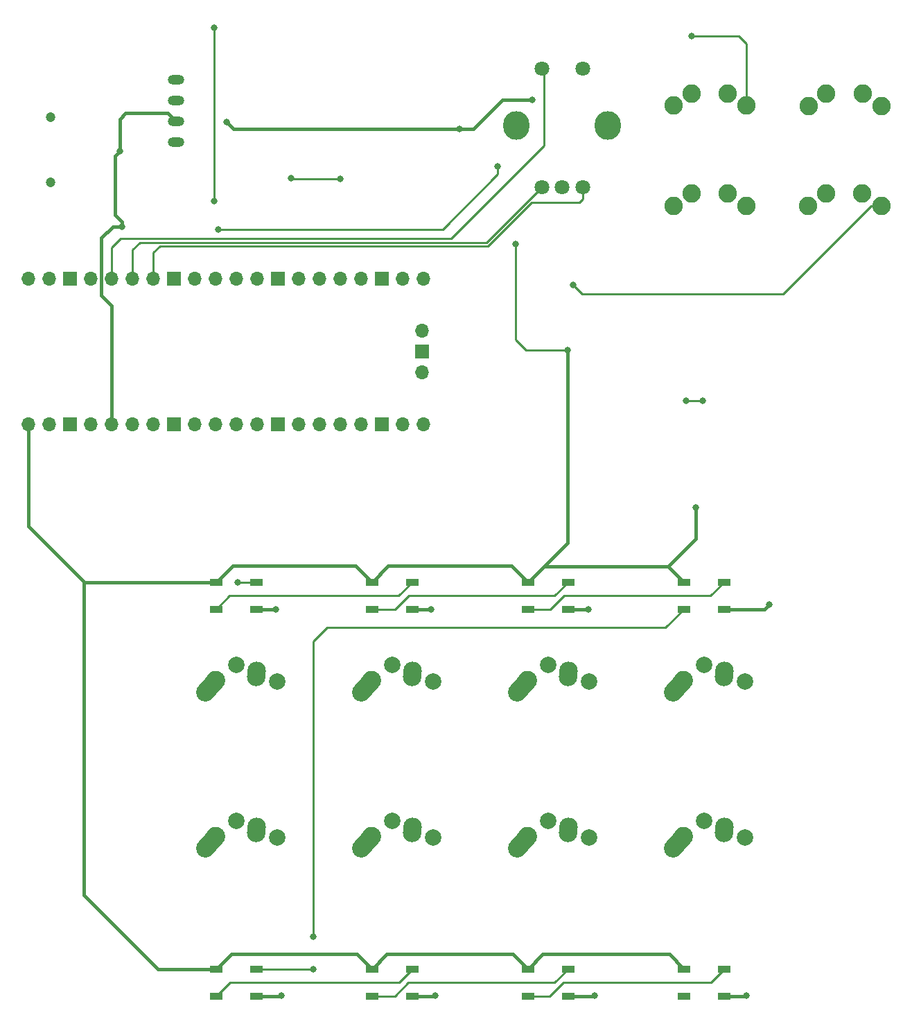
<source format=gbr>
%TF.GenerationSoftware,KiCad,Pcbnew,7.0.2*%
%TF.CreationDate,2023-06-20T02:09:05-06:00*%
%TF.ProjectId,dc31,64633331-2e6b-4696-9361-645f70636258,rev?*%
%TF.SameCoordinates,Original*%
%TF.FileFunction,Copper,L1,Top*%
%TF.FilePolarity,Positive*%
%FSLAX46Y46*%
G04 Gerber Fmt 4.6, Leading zero omitted, Abs format (unit mm)*
G04 Created by KiCad (PCBNEW 7.0.2) date 2023-06-20 02:09:05*
%MOMM*%
%LPD*%
G01*
G04 APERTURE LIST*
G04 Aperture macros list*
%AMHorizOval*
0 Thick line with rounded ends*
0 $1 width*
0 $2 $3 position (X,Y) of the first rounded end (center of the circle)*
0 $4 $5 position (X,Y) of the second rounded end (center of the circle)*
0 Add line between two ends*
20,1,$1,$2,$3,$4,$5,0*
0 Add two circle primitives to create the rounded ends*
1,1,$1,$2,$3*
1,1,$1,$4,$5*%
G04 Aperture macros list end*
%TA.AperFunction,ComponentPad*%
%ADD10O,2.000000X1.200000*%
%TD*%
%TA.AperFunction,ComponentPad*%
%ADD11C,2.250000*%
%TD*%
%TA.AperFunction,ComponentPad*%
%ADD12O,1.700000X1.700000*%
%TD*%
%TA.AperFunction,ComponentPad*%
%ADD13R,1.700000X1.700000*%
%TD*%
%TA.AperFunction,ComponentPad*%
%ADD14HorizOval,2.250000X0.025506X0.374132X-0.025506X-0.374132X0*%
%TD*%
%TA.AperFunction,ComponentPad*%
%ADD15C,2.000000*%
%TD*%
%TA.AperFunction,ComponentPad*%
%ADD16HorizOval,2.250000X0.654995X0.730004X-0.654995X-0.730004X0*%
%TD*%
%TA.AperFunction,SMDPad,CuDef*%
%ADD17R,1.500000X0.900000*%
%TD*%
%TA.AperFunction,WasherPad*%
%ADD18C,1.200000*%
%TD*%
%TA.AperFunction,ComponentPad*%
%ADD19O,3.200000X3.500000*%
%TD*%
%TA.AperFunction,ComponentPad*%
%ADD20C,1.800000*%
%TD*%
%TA.AperFunction,ViaPad*%
%ADD21C,0.800000*%
%TD*%
%TA.AperFunction,Conductor*%
%ADD22C,0.381000*%
%TD*%
%TA.AperFunction,Conductor*%
%ADD23C,0.254000*%
%TD*%
G04 APERTURE END LIST*
D10*
%TO.P,J4,1,Pin_1*%
%TO.N,GND*%
X116350000Y-50180000D03*
%TO.P,J4,2,Pin_2*%
%TO.N,+3V3*%
X116350000Y-47640000D03*
%TO.P,J4,3,Pin_3*%
%TO.N,SCL*%
X116350000Y-45100000D03*
%TO.P,J4,4,Pin_4*%
%TO.N,SDA*%
X116350000Y-42560000D03*
%TD*%
D11*
%TO.P,J3,1*%
%TO.N,GND*%
X177160000Y-57930000D03*
%TO.P,J3,2*%
%TO.N,Net-(J3-Pad2)*%
X186060000Y-57930000D03*
%TO.P,J3,3*%
%TO.N,Net-(J3-Pad3)*%
X179310000Y-56430000D03*
%TO.P,J3,4*%
%TO.N,unconnected-(J3-Pad4)*%
X183760000Y-56430000D03*
%TD*%
D12*
%TO.P,U1,1,GPIO0*%
%TO.N,I2S_BCLK*%
X98350000Y-66820000D03*
%TO.P,U1,2,GPIO1*%
%TO.N,I2S_LRCLK*%
X100890000Y-66820000D03*
D13*
%TO.P,U1,3,GND*%
%TO.N,GND*%
X103430000Y-66820000D03*
D12*
%TO.P,U1,4,GPIO2*%
%TO.N,I2S_DIN*%
X105970000Y-66820000D03*
%TO.P,U1,5,GPIO3*%
%TO.N,ENC1_SW*%
X108510000Y-66820000D03*
%TO.P,U1,6,GPIO4*%
%TO.N,ENC1_A*%
X111050000Y-66820000D03*
%TO.P,U1,7,GPIO5*%
%TO.N,ENC1_B*%
X113590000Y-66820000D03*
D13*
%TO.P,U1,8,GND*%
%TO.N,GND*%
X116130000Y-66820000D03*
D12*
%TO.P,U1,9,GPIO6*%
%TO.N,SYNC_IN*%
X118670000Y-66820000D03*
%TO.P,U1,10,GPIO7*%
%TO.N,MIDI_IN*%
X121210000Y-66820000D03*
%TO.P,U1,11,GPIO8*%
%TO.N,MIDI_OUT*%
X123750000Y-66820000D03*
%TO.P,U1,12,GPIO9*%
%TO.N,SYNC_OUT*%
X126290000Y-66820000D03*
D13*
%TO.P,U1,13,GND*%
%TO.N,GND*%
X128830000Y-66820000D03*
D12*
%TO.P,U1,14,GPIO10*%
%TO.N,SD_SCK*%
X131370000Y-66820000D03*
%TO.P,U1,15,GPIO11*%
%TO.N,SD_MOSI*%
X133910000Y-66820000D03*
%TO.P,U1,16,GPIO12*%
%TO.N,SD_MISO*%
X136450000Y-66820000D03*
%TO.P,U1,17,GPIO13*%
%TO.N,SD_CS*%
X138990000Y-66820000D03*
D13*
%TO.P,U1,18,GND*%
%TO.N,GND*%
X141530000Y-66820000D03*
D12*
%TO.P,U1,19,GPIO14*%
%TO.N,SCL*%
X144070000Y-66820000D03*
%TO.P,U1,20,GPIO15*%
%TO.N,SDA*%
X146610000Y-66820000D03*
%TO.P,U1,21,GPIO16*%
%TO.N,unconnected-(U1-GPIO16-Pad21)*%
X146610000Y-84600000D03*
%TO.P,U1,22,GPIO17*%
%TO.N,SW8*%
X144070000Y-84600000D03*
D13*
%TO.P,U1,23,GND*%
%TO.N,GND*%
X141530000Y-84600000D03*
D12*
%TO.P,U1,24,GPIO18*%
%TO.N,SW7*%
X138990000Y-84600000D03*
%TO.P,U1,25,GPIO19*%
%TO.N,SW6*%
X136450000Y-84600000D03*
%TO.P,U1,26,GPIO20*%
%TO.N,SW5*%
X133910000Y-84600000D03*
%TO.P,U1,27,GPIO21*%
%TO.N,SW4*%
X131370000Y-84600000D03*
D13*
%TO.P,U1,28,GND*%
%TO.N,GND*%
X128830000Y-84600000D03*
D12*
%TO.P,U1,29,GPIO22*%
%TO.N,SW3*%
X126290000Y-84600000D03*
%TO.P,U1,30,RUN*%
%TO.N,unconnected-(U1-RUN-Pad30)*%
X123750000Y-84600000D03*
%TO.P,U1,31,GPIO26_ADC0*%
%TO.N,SW2*%
X121210000Y-84600000D03*
%TO.P,U1,32,GPIO27_ADC1*%
%TO.N,SW1*%
X118670000Y-84600000D03*
D13*
%TO.P,U1,33,AGND*%
%TO.N,GND*%
X116130000Y-84600000D03*
D12*
%TO.P,U1,34,GPIO28_ADC2*%
%TO.N,RGB_IN*%
X113590000Y-84600000D03*
%TO.P,U1,35,ADC_VREF*%
%TO.N,unconnected-(U1-ADC_VREF-Pad35)*%
X111050000Y-84600000D03*
%TO.P,U1,36,3V3*%
%TO.N,+3V3*%
X108510000Y-84600000D03*
%TO.P,U1,37,3V3_EN*%
%TO.N,unconnected-(U1-3V3_EN-Pad37)*%
X105970000Y-84600000D03*
D13*
%TO.P,U1,38,GND*%
%TO.N,GND*%
X103430000Y-84600000D03*
D12*
%TO.P,U1,39,VSYS*%
%TO.N,unconnected-(U1-VSYS-Pad39)*%
X100890000Y-84600000D03*
%TO.P,U1,40,VBUS*%
%TO.N,VBUS*%
X98350000Y-84600000D03*
%TO.P,U1,41,SWCLK*%
%TO.N,unconnected-(U1-SWCLK-Pad41)*%
X146380000Y-73170000D03*
D13*
%TO.P,U1,42,GND*%
%TO.N,unconnected-(U1-GND-Pad42)*%
X146380000Y-75710000D03*
D12*
%TO.P,U1,43,SWDIO*%
%TO.N,unconnected-(U1-SWDIO-Pad43)*%
X146380000Y-78250000D03*
%TD*%
D14*
%TO.P,SW8,1,1*%
%TO.N,SW8*%
X183358000Y-134165000D03*
D15*
X185848000Y-135115000D03*
D16*
%TO.P,SW8,2,2*%
%TO.N,GND*%
X177692995Y-135644996D03*
D11*
X178348000Y-134915000D03*
D15*
X180848000Y-133015000D03*
%TD*%
D17*
%TO.P,D6,1,VDD*%
%TO.N,VBUS*%
X140298000Y-151120000D03*
%TO.P,D6,2,DOUT*%
%TO.N,Net-(D6-DOUT)*%
X140298000Y-154420000D03*
%TO.P,D6,3,VSS*%
%TO.N,GND*%
X145198000Y-154420000D03*
%TO.P,D6,4,DIN*%
%TO.N,Net-(D5-DOUT)*%
X145198000Y-151120000D03*
%TD*%
D11*
%TO.P,J5,1*%
%TO.N,GND*%
X193608210Y-57940000D03*
%TO.P,J5,2*%
%TO.N,Net-(J5-Pad2)*%
X202508210Y-57940000D03*
%TO.P,J5,3*%
%TO.N,unconnected-(J5-Pad3)*%
X195758210Y-56440000D03*
%TO.P,J5,4*%
%TO.N,unconnected-(J5-Pad4)*%
X200208210Y-56440000D03*
%TD*%
D14*
%TO.P,SW2,1,1*%
%TO.N,SW2*%
X145258000Y-115115000D03*
D15*
X147748000Y-116065000D03*
D16*
%TO.P,SW2,2,2*%
%TO.N,GND*%
X139592995Y-116594996D03*
D11*
X140248000Y-115865000D03*
D15*
X142748000Y-113965000D03*
%TD*%
D14*
%TO.P,SW7,1,1*%
%TO.N,SW7*%
X164308000Y-134165000D03*
D15*
X166798000Y-135115000D03*
D16*
%TO.P,SW7,2,2*%
%TO.N,GND*%
X158642995Y-135644996D03*
D11*
X159298000Y-134915000D03*
D15*
X161798000Y-133015000D03*
%TD*%
D17*
%TO.P,D1,1,VDD*%
%TO.N,VBUS*%
X121248000Y-103888000D03*
%TO.P,D1,2,DOUT*%
%TO.N,Net-(D1-DOUT)*%
X121248000Y-107188000D03*
%TO.P,D1,3,VSS*%
%TO.N,GND*%
X126148000Y-107188000D03*
%TO.P,D1,4,DIN*%
%TO.N,RGB_IN*%
X126148000Y-103888000D03*
%TD*%
%TO.P,D7,1,VDD*%
%TO.N,VBUS*%
X159348000Y-151120000D03*
%TO.P,D7,2,DOUT*%
%TO.N,Net-(D7-DOUT)*%
X159348000Y-154420000D03*
%TO.P,D7,3,VSS*%
%TO.N,GND*%
X164248000Y-154420000D03*
%TO.P,D7,4,DIN*%
%TO.N,Net-(D6-DOUT)*%
X164248000Y-151120000D03*
%TD*%
D11*
%TO.P,J2,1*%
%TO.N,unconnected-(J2-Pad1)*%
X177170000Y-45700000D03*
%TO.P,J2,2*%
%TO.N,Net-(D10-A)*%
X186070000Y-45700000D03*
%TO.P,J2,3*%
%TO.N,Net-(J2-Pad3)*%
X179320000Y-44200000D03*
%TO.P,J2,4*%
%TO.N,unconnected-(J2-Pad4)*%
X183770000Y-44200000D03*
%TD*%
D17*
%TO.P,D8,1,VDD*%
%TO.N,VBUS*%
X178398000Y-151120000D03*
%TO.P,D8,2,DOUT*%
%TO.N,unconnected-(D8-DOUT-Pad2)*%
X178398000Y-154420000D03*
%TO.P,D8,3,VSS*%
%TO.N,GND*%
X183298000Y-154420000D03*
%TO.P,D8,4,DIN*%
%TO.N,Net-(D7-DOUT)*%
X183298000Y-151120000D03*
%TD*%
D14*
%TO.P,SW3,1,1*%
%TO.N,SW3*%
X164308000Y-115115000D03*
D15*
X166798000Y-116065000D03*
D16*
%TO.P,SW3,2,2*%
%TO.N,GND*%
X158642995Y-116594996D03*
D11*
X159298000Y-115865000D03*
D15*
X161798000Y-113965000D03*
%TD*%
D14*
%TO.P,SW5,1,1*%
%TO.N,SW5*%
X126208000Y-134165000D03*
D15*
X128698000Y-135115000D03*
D16*
%TO.P,SW5,2,2*%
%TO.N,GND*%
X120542995Y-135644996D03*
D11*
X121198000Y-134915000D03*
D15*
X123698000Y-133015000D03*
%TD*%
D18*
%TO.P,J1,*%
%TO.N,*%
X101020000Y-55060000D03*
X101020000Y-47080000D03*
%TD*%
D14*
%TO.P,SW4,1,1*%
%TO.N,SW4*%
X183358000Y-115115000D03*
D15*
X185848000Y-116065000D03*
D16*
%TO.P,SW4,2,2*%
%TO.N,GND*%
X177692995Y-116594996D03*
D11*
X178348000Y-115865000D03*
D15*
X180848000Y-113965000D03*
%TD*%
D14*
%TO.P,SW6,1,1*%
%TO.N,SW6*%
X145258000Y-134165000D03*
D15*
X147748000Y-135115000D03*
D16*
%TO.P,SW6,2,2*%
%TO.N,GND*%
X139592995Y-135644996D03*
D11*
X140248000Y-134915000D03*
D15*
X142748000Y-133015000D03*
%TD*%
D17*
%TO.P,D3,1,VDD*%
%TO.N,VBUS*%
X159348000Y-103888000D03*
%TO.P,D3,2,DOUT*%
%TO.N,Net-(D3-DOUT)*%
X159348000Y-107188000D03*
%TO.P,D3,3,VSS*%
%TO.N,GND*%
X164248000Y-107188000D03*
%TO.P,D3,4,DIN*%
%TO.N,Net-(D2-DOUT)*%
X164248000Y-103888000D03*
%TD*%
D11*
%TO.P,J6,1*%
%TO.N,GND*%
X193618210Y-45710000D03*
%TO.P,J6,2*%
%TO.N,Net-(J6-Pad2)*%
X202518210Y-45710000D03*
%TO.P,J6,3*%
%TO.N,unconnected-(J6-Pad3)*%
X195768210Y-44210000D03*
%TO.P,J6,4*%
%TO.N,unconnected-(J6-Pad4)*%
X200218210Y-44210000D03*
%TD*%
D17*
%TO.P,D5,1,VDD*%
%TO.N,VBUS*%
X121248000Y-151120000D03*
%TO.P,D5,2,DOUT*%
%TO.N,Net-(D5-DOUT)*%
X121248000Y-154420000D03*
%TO.P,D5,3,VSS*%
%TO.N,GND*%
X126148000Y-154420000D03*
%TO.P,D5,4,DIN*%
%TO.N,Net-(D4-DOUT)*%
X126148000Y-151120000D03*
%TD*%
D14*
%TO.P,SW1,1,1*%
%TO.N,SW1*%
X126208000Y-115115000D03*
D15*
X128698000Y-116065000D03*
D16*
%TO.P,SW1,2,2*%
%TO.N,GND*%
X120542995Y-116594996D03*
D11*
X121198000Y-115865000D03*
D15*
X123698000Y-113965000D03*
%TD*%
D19*
%TO.P,SW9,1*%
%TO.N,N/C*%
X157936000Y-48148000D03*
X169136000Y-48148000D03*
D20*
%TO.P,SW9,A,A*%
%TO.N,ENC1_A*%
X161036000Y-55648000D03*
%TO.P,SW9,B,B*%
%TO.N,ENC1_B*%
X166036000Y-55648000D03*
%TO.P,SW9,C,C*%
%TO.N,GND*%
X163536000Y-55648000D03*
%TO.P,SW9,S1,S1*%
%TO.N,ENC1_SW*%
X161036000Y-41148000D03*
%TO.P,SW9,S2,S2*%
%TO.N,GND*%
X166036000Y-41148000D03*
%TD*%
D17*
%TO.P,D4,1,VDD*%
%TO.N,VBUS*%
X178398000Y-103888000D03*
%TO.P,D4,2,DOUT*%
%TO.N,Net-(D4-DOUT)*%
X178398000Y-107188000D03*
%TO.P,D4,3,VSS*%
%TO.N,GND*%
X183298000Y-107188000D03*
%TO.P,D4,4,DIN*%
%TO.N,Net-(D3-DOUT)*%
X183298000Y-103888000D03*
%TD*%
%TO.P,D2,1,VDD*%
%TO.N,VBUS*%
X140298000Y-103888000D03*
%TO.P,D2,2,DOUT*%
%TO.N,Net-(D2-DOUT)*%
X140298000Y-107188000D03*
%TO.P,D2,3,VSS*%
%TO.N,GND*%
X145198000Y-107188000D03*
%TO.P,D2,4,DIN*%
%TO.N,Net-(D1-DOUT)*%
X145198000Y-103888000D03*
%TD*%
D21*
%TO.N,+3V3*%
X122530000Y-47660000D03*
%TO.N,SD_MISO*%
X136450000Y-54610000D03*
%TO.N,MIDI_IN*%
X155670000Y-53140000D03*
X121500000Y-60820000D03*
%TO.N,Net-(D10-A)*%
X179340000Y-37210000D03*
%TO.N,Net-(D9-K)*%
X120990000Y-57360000D03*
X120980000Y-36160000D03*
%TO.N,+3V3*%
X159880000Y-44980000D03*
X151010000Y-48530000D03*
X109760000Y-60500000D03*
X109470000Y-51260000D03*
%TO.N,SD_MISO*%
X130440000Y-54590000D03*
%TO.N,I2S_BCLK*%
X178690000Y-81750000D03*
X180680000Y-81750000D03*
%TO.N,GND*%
X188850000Y-106610000D03*
%TO.N,Net-(J5-Pad2)*%
X164860000Y-67580000D03*
%TO.N,VBUS*%
X179860000Y-94750000D03*
X157860000Y-62630000D03*
X164180000Y-75520000D03*
%TO.N,Net-(D4-DOUT)*%
X133140000Y-147160000D03*
%TO.N,RGB_IN*%
X123890000Y-103920000D03*
%TO.N,Net-(D4-DOUT)*%
X133140000Y-151120000D03*
%TO.N,GND*%
X129260000Y-154410000D03*
X148040000Y-154410000D03*
X167460000Y-154410000D03*
X186020000Y-154400000D03*
X166760000Y-107180000D03*
X147540000Y-107180000D03*
X128540000Y-107190000D03*
%TD*%
D22*
%TO.N,+3V3*%
X123400000Y-48530000D02*
X122530000Y-47660000D01*
X151010000Y-48530000D02*
X123400000Y-48530000D01*
D23*
%TO.N,SD_MISO*%
X130460000Y-54610000D02*
X130440000Y-54590000D01*
X136450000Y-54610000D02*
X130460000Y-54610000D01*
%TO.N,MIDI_IN*%
X155670000Y-54080000D02*
X155670000Y-53140000D01*
X148930000Y-60820000D02*
X155670000Y-54080000D01*
X121500000Y-60820000D02*
X148930000Y-60820000D01*
%TO.N,ENC1_B*%
X114362000Y-62868000D02*
X113590000Y-63640000D01*
X113590000Y-63640000D02*
X113590000Y-66820000D01*
X154458052Y-62868000D02*
X114362000Y-62868000D01*
X159766052Y-57560000D02*
X154458052Y-62868000D01*
X166036000Y-55648000D02*
X166036000Y-57114000D01*
X166036000Y-57114000D02*
X165590000Y-57560000D01*
X165590000Y-57560000D02*
X159766052Y-57560000D01*
%TO.N,ENC1_A*%
X154270000Y-62414000D02*
X161036000Y-55648000D01*
X111050000Y-63274000D02*
X111910000Y-62414000D01*
X111050000Y-66820000D02*
X111050000Y-63274000D01*
X111910000Y-62414000D02*
X154270000Y-62414000D01*
%TO.N,ENC1_SW*%
X161330000Y-41442000D02*
X161036000Y-41148000D01*
X149940000Y-61960000D02*
X161330000Y-50570000D01*
X161330000Y-50570000D02*
X161330000Y-41442000D01*
X109590000Y-61960000D02*
X149940000Y-61960000D01*
X108510000Y-63040000D02*
X109590000Y-61960000D01*
X108510000Y-66820000D02*
X108510000Y-63040000D01*
%TO.N,Net-(D10-A)*%
X186070000Y-38160000D02*
X186070000Y-45700000D01*
X185120000Y-37210000D02*
X186070000Y-38160000D01*
X179340000Y-37210000D02*
X185120000Y-37210000D01*
%TO.N,Net-(D9-K)*%
X120980000Y-57350000D02*
X120990000Y-57360000D01*
X120980000Y-36160000D02*
X120980000Y-57350000D01*
D22*
%TO.N,+3V3*%
X107240000Y-61870000D02*
X108610000Y-60500000D01*
X107240000Y-68850000D02*
X107240000Y-61870000D01*
X108510000Y-70120000D02*
X107240000Y-68850000D01*
X108510000Y-84600000D02*
X108510000Y-70120000D01*
X108610000Y-60500000D02*
X109760000Y-60500000D01*
X156250000Y-44980000D02*
X159880000Y-44980000D01*
X155760000Y-45470000D02*
X156250000Y-44980000D01*
X152700000Y-48530000D02*
X155760000Y-45470000D01*
X151010000Y-48530000D02*
X152700000Y-48530000D01*
X110210000Y-46620000D02*
X109470000Y-47360000D01*
X115330000Y-46620000D02*
X110210000Y-46620000D01*
X116350000Y-47640000D02*
X115330000Y-46620000D01*
X109470000Y-47360000D02*
X109470000Y-51260000D01*
X109760000Y-60500000D02*
X109760000Y-59930000D01*
X108910000Y-59080000D02*
X108910000Y-51820000D01*
X109760000Y-59930000D02*
X108910000Y-59080000D01*
X108910000Y-51820000D02*
X109470000Y-51260000D01*
D23*
%TO.N,I2S_BCLK*%
X178690000Y-81750000D02*
X180680000Y-81750000D01*
D22*
%TO.N,GND*%
X188272000Y-107188000D02*
X188850000Y-106610000D01*
X183298000Y-107188000D02*
X188272000Y-107188000D01*
D23*
%TO.N,Net-(J5-Pad2)*%
X166000000Y-68720000D02*
X164860000Y-67580000D01*
X201260000Y-57940000D02*
X202508210Y-57940000D01*
X190480000Y-68720000D02*
X201260000Y-57940000D01*
X166000000Y-68720000D02*
X190480000Y-68720000D01*
D22*
%TO.N,VBUS*%
X164180000Y-99056000D02*
X164180000Y-75520000D01*
X161286000Y-101950000D02*
X164180000Y-99056000D01*
X179860000Y-98550000D02*
X179860000Y-94750000D01*
X176460000Y-101950000D02*
X179860000Y-98550000D01*
D23*
X159090000Y-75520000D02*
X164180000Y-75520000D01*
X157860000Y-74290000D02*
X159090000Y-75520000D01*
X157860000Y-62630000D02*
X157860000Y-74290000D01*
%TO.N,Net-(D4-DOUT)*%
X133140000Y-111130000D02*
X134850000Y-109420000D01*
X134850000Y-109420000D02*
X176166000Y-109420000D01*
X133140000Y-147160000D02*
X133140000Y-111130000D01*
%TO.N,RGB_IN*%
X126116000Y-103920000D02*
X126148000Y-103888000D01*
X123890000Y-103920000D02*
X126116000Y-103920000D01*
%TO.N,Net-(D4-DOUT)*%
X176166000Y-109420000D02*
X178398000Y-107188000D01*
X126148000Y-151120000D02*
X133140000Y-151120000D01*
%TO.N,Net-(D7-DOUT)*%
X181678000Y-152740000D02*
X183298000Y-151120000D01*
X163650000Y-152740000D02*
X181678000Y-152740000D01*
X161970000Y-154420000D02*
X163650000Y-152740000D01*
X159348000Y-154420000D02*
X161970000Y-154420000D01*
%TO.N,Net-(D6-DOUT)*%
X162608000Y-152760000D02*
X164248000Y-151120000D01*
X144730000Y-152760000D02*
X162608000Y-152760000D01*
X143070000Y-154420000D02*
X144730000Y-152760000D01*
X140298000Y-154420000D02*
X143070000Y-154420000D01*
%TO.N,Net-(D5-DOUT)*%
X143578000Y-152740000D02*
X145198000Y-151120000D01*
X122928000Y-152740000D02*
X143578000Y-152740000D01*
X121248000Y-154420000D02*
X122928000Y-152740000D01*
D22*
%TO.N,GND*%
X129250000Y-154420000D02*
X129260000Y-154410000D01*
X126148000Y-154420000D02*
X129250000Y-154420000D01*
X148030000Y-154420000D02*
X148040000Y-154410000D01*
X145198000Y-154420000D02*
X148030000Y-154420000D01*
X167450000Y-154420000D02*
X167460000Y-154410000D01*
X164248000Y-154420000D02*
X167450000Y-154420000D01*
X186000000Y-154420000D02*
X186020000Y-154400000D01*
X183298000Y-154420000D02*
X186000000Y-154420000D01*
X166752000Y-107188000D02*
X166760000Y-107180000D01*
X164248000Y-107188000D02*
X166752000Y-107188000D01*
X147532000Y-107188000D02*
X147540000Y-107180000D01*
X145198000Y-107188000D02*
X147532000Y-107188000D01*
X128538000Y-107188000D02*
X128540000Y-107190000D01*
X126148000Y-107188000D02*
X128538000Y-107188000D01*
D23*
%TO.N,Net-(D3-DOUT)*%
X181626000Y-105560000D02*
X183298000Y-103888000D01*
X163740000Y-105560000D02*
X181626000Y-105560000D01*
X162112000Y-107188000D02*
X163740000Y-105560000D01*
X159348000Y-107188000D02*
X162112000Y-107188000D01*
%TO.N,Net-(D2-DOUT)*%
X144760000Y-105550000D02*
X162586000Y-105550000D01*
X140298000Y-107188000D02*
X143122000Y-107188000D01*
X143122000Y-107188000D02*
X144760000Y-105550000D01*
X162586000Y-105550000D02*
X164248000Y-103888000D01*
%TO.N,Net-(D1-DOUT)*%
X143556000Y-105530000D02*
X145198000Y-103888000D01*
X122906000Y-105530000D02*
X143556000Y-105530000D01*
X121248000Y-107188000D02*
X122906000Y-105530000D01*
D22*
%TO.N,VBUS*%
X176608000Y-149330000D02*
X178398000Y-151120000D01*
X159348000Y-151120000D02*
X161138000Y-149330000D01*
X161138000Y-149330000D02*
X176608000Y-149330000D01*
X157528000Y-149300000D02*
X159348000Y-151120000D01*
X142118000Y-149300000D02*
X157528000Y-149300000D01*
X140298000Y-151120000D02*
X142118000Y-149300000D01*
X138448000Y-149270000D02*
X140298000Y-151120000D01*
X123098000Y-149270000D02*
X138448000Y-149270000D01*
X121248000Y-151120000D02*
X123098000Y-149270000D01*
X105095000Y-142065000D02*
X105095000Y-103845000D01*
X105095000Y-103845000D02*
X105138000Y-103888000D01*
X98350000Y-97100000D02*
X105095000Y-103845000D01*
X121248000Y-151120000D02*
X114150000Y-151120000D01*
X114150000Y-151120000D02*
X105095000Y-142065000D01*
X161286000Y-101950000D02*
X176460000Y-101950000D01*
X176460000Y-101950000D02*
X178398000Y-103888000D01*
X159348000Y-103888000D02*
X161286000Y-101950000D01*
X157350000Y-101890000D02*
X159348000Y-103888000D01*
X142296000Y-101890000D02*
X157350000Y-101890000D01*
X140298000Y-103888000D02*
X142296000Y-101890000D01*
X123276000Y-101860000D02*
X138270000Y-101860000D01*
X121248000Y-103888000D02*
X123276000Y-101860000D01*
X138270000Y-101860000D02*
X140298000Y-103888000D01*
X98350000Y-84600000D02*
X98350000Y-97100000D01*
X105138000Y-103888000D02*
X121248000Y-103888000D01*
%TD*%
M02*

</source>
